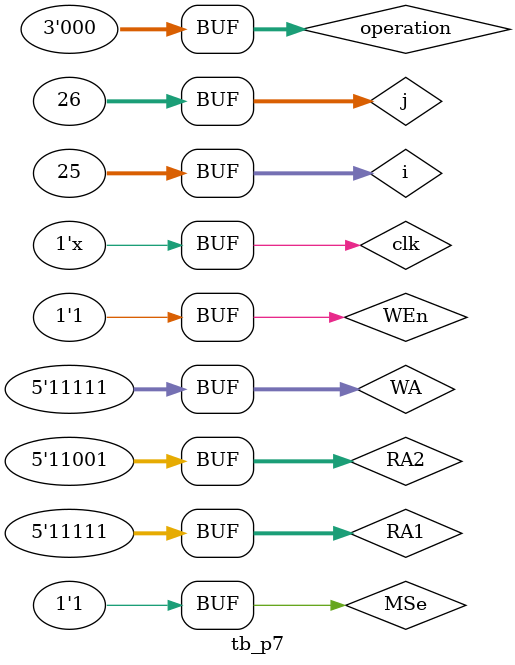
<source format=v>

module tb_p7();
wire[15:0] result;
wire flagz;
reg[4:0] RA1,RA2,WA;
reg[15:0] Data_in;
reg clk;
reg WEn,MSe;
reg[2:0] operation;  
integer i,j;


p7 uut(result,flagz,RA1,RA2,WA,Data_in,WEn,MSe,operation,clk);
initial 
clk = 1'b0;

always #5 clk = ~clk;

initial
	begin
$monitor("RA1=%d | RA2=%d | WA=%d | Data_in=%d | WEn=%d | MSe=%d | Operation=%d | result=%d | flagz=%d |\n",RA1,RA2,WA,Data_in,WEn,MSe,operation,result,flagz);
		#10
		WA = 31;
  		RA1 = 25;
  		RA2 = 26; 
  		MSe = 1'b0;  
  		operation = 3'd0;
		
		#10;
		for(i=0;i<=24;i=i+1)
		begin
			WEn = 1'b1;
  			WA = i;	
  			Data_in = $urandom%(64);
			#10;
		end

		WA = 31;
		MSe = 1'b1;
		RA1 = 0;
		RA2 = 1;
		operation = 3'd0;
		
		#10
		RA1 = 31;
		for(j=2;j<=25;j=j+1)
		begin
			RA2 = j;
			#10;
		end
	end
endmodule 
</source>
